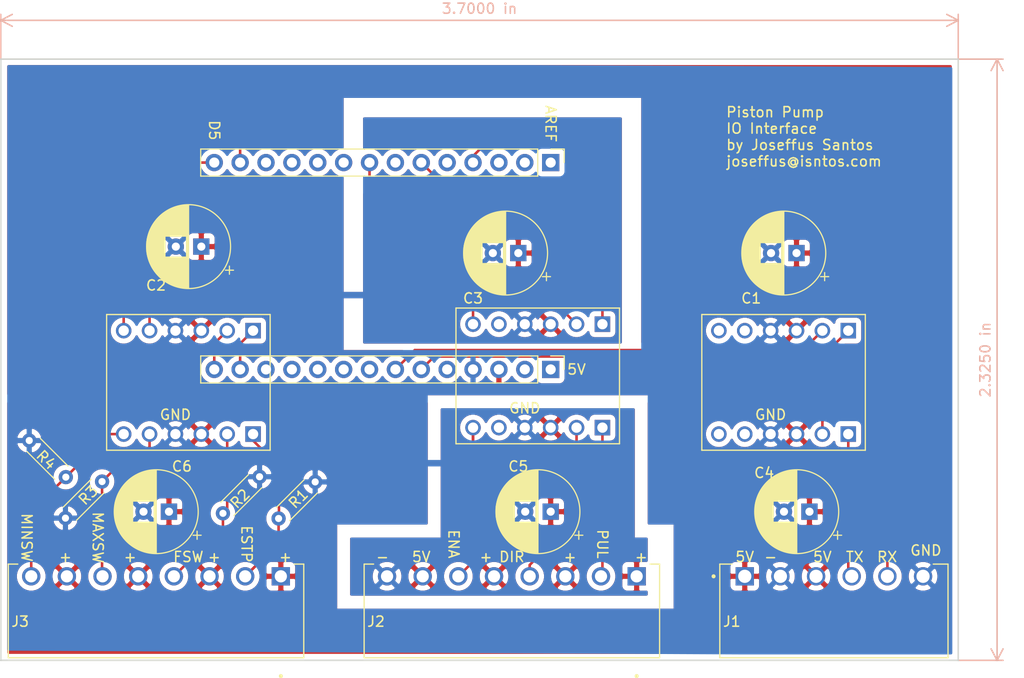
<source format=kicad_pcb>
(kicad_pcb (version 20171130) (host pcbnew "(5.1.8)-1")
  (title_block (title "IO interface") (date 2021-08-28) (rev 1) (comment 1 "Design by Joseffus Santos"))
  (layers (0 F.Cu signal) (31 B.Cu signal) (34 B.Paste user) (35 F.Paste user) (36 B.SilkS user) (37 F.SilkS user) (38 B.Mask user) (39 F.Mask user) (44 Edge.Cuts user))
  (net 0 "")
  (net 1 GND)
  (net 2 /3V3)
  (net 3 +5VD)
  (net 4 "Net-(J2-Pad6)")
  (net 5 "Net-(J2-Pad4)")
  (net 6 "Net-(J2-Pad2)")
  (net 7 "Net-(J3-Pad2)")
  (net 8 "Net-(J3-Pad4)")
  (net 9 "Net-(J3-Pad6)")
  (net 10 "Net-(J3-Pad8)")
  (net 11 "Net-(U2-PadLV3)")
  (net 12 "Net-(U2-PadLV4)")
  (net 13 "Net-(U2-PadHV3)")
  (net 14 "Net-(U2-PadHV4)")
  (net 15 "Net-(U3-PadLV3)")
  (net 16 "Net-(U3-PadHV3)")
  (net 17 "Net-(J4-Pad14)")
  (net 18 "Net-(J4-Pad13)")
  (net 19 "Net-(J4-Pad12)")
  (net 20 "Net-(J4-Pad11)")
  (net 21 "Net-(J4-Pad10)")
  (net 22 "Net-(J4-Pad9)")
  (net 23 "Net-(J4-Pad8)")
  (net 24 "Net-(J4-Pad7)")
  (net 25 "Net-(J4-Pad6)")
  (net 26 "Net-(J4-Pad5)")
  (net 27 "Net-(J4-Pad4)")
  (net 28 "Net-(J4-Pad3)")
  (net 29 "Net-(J4-Pad2)")
  (net 30 "Net-(J4-Pad1)")
  (net 31 "Net-(J5-Pad14)")
  (net 32 "Net-(J5-Pad13)")
  (net 33 "Net-(J5-Pad12)")
  (net 34 "Net-(J5-Pad11)")
  (net 35 "Net-(J5-Pad10)")
  (net 36 "Net-(J5-Pad9)")
  (net 37 "Net-(J5-Pad8)")
  (net 38 "Net-(J5-Pad7)")
  (net 39 "Net-(J5-Pad6)")
  (net 40 "Net-(J5-Pad5)")
  (net 41 "Net-(J5-Pad2)")
  (net 42 "Net-(J5-Pad1)")
  (net 43 +5V)
  (net 44 "Net-(J1-Pad5)")
  (net 45 "Net-(J1-Pad4)")
  (module Resistor_THT:R_Axial_DIN0204_L3.6mm_D1.6mm_P5.08mm_Horizontal (layer F.Cu) (at 96.139 126.365 315)
    (fp_text reference R4 (at 2.514472 0.179605 135) (layer F.SilkS))
    (fp_text value R_US)
    (pad 2 thru_hole oval (at 5.08 0 315) (size 1.4 1.4) (drill 0.7) (layers *.Cu *.Mask) (net 10 "Net-(J3-Pad8)"))
    (pad 1 thru_hole circle (at 0 0 315) (size 1.4 1.4) (drill 0.7) (layers *.Cu *.Mask) (net 1 GND))
  )
  (module Resistor_THT:R_Axial_DIN0204_L3.6mm_D1.6mm_P5.08mm_Horizontal (layer F.Cu) (at 124.206 130.429 225)
    (fp_text reference R1 (at 2.334867 0 45) (layer F.SilkS))
    (fp_text value R_US)
    (pad 1 thru_hole circle (at 0 0 225) (size 1.4 1.4) (drill 0.7) (layers *.Cu *.Mask) (net 1 GND))
    (pad 2 thru_hole oval (at 5.08 0 225) (size 1.4 1.4) (drill 0.7) (layers *.Cu *.Mask) (net 7 "Net-(J3-Pad2)"))
  )
  (module Resistor_THT:R_Axial_DIN0204_L3.6mm_D1.6mm_P5.08mm_Horizontal (layer F.Cu) (at 118.745 129.921 225)
    (fp_text reference R2 (at 2.873682 -0.179605 45) (layer F.SilkS))
    (fp_text value R_US)
    (pad 1 thru_hole circle (at 0 0 225) (size 1.4 1.4) (drill 0.7) (layers *.Cu *.Mask) (net 1 GND))
    (pad 2 thru_hole oval (at 5.08 0 225) (size 1.4 1.4) (drill 0.7) (layers *.Cu *.Mask) (net 8 "Net-(J3-Pad4)"))
  )
  (module Resistor_THT:R_Axial_DIN0204_L3.6mm_D1.6mm_P5.08mm_Horizontal (layer F.Cu) (at 99.695 133.985 45)
    (fp_text reference R3 (at 3.175 0 45) (layer F.SilkS))
    (fp_text value R_US)
    (pad 2 thru_hole oval (at 5.08 0 45) (size 1.4 1.4) (drill 0.7) (layers *.Cu *.Mask) (net 9 "Net-(J3-Pad6)"))
    (pad 1 thru_hole circle (at 0 0 45) (size 1.4 1.4) (drill 0.7) (layers *.Cu *.Mask) (net 1 GND))
  )
  (module Capacitor_THT:CP_Radial_D8.0mm_P2.50mm (layer F.Cu) (at 109.855 133.35 180)
    (fp_text reference C6 (at -1.27 4.445) (layer F.SilkS))
    (fp_text value CP)
    (pad 2 thru_hole circle (at 2.5 0 180) (size 1.6 1.6) (drill 0.8) (layers *.Cu *.Mask) (net 1 GND))
    (pad 1 thru_hole rect (at 0 0 180) (size 1.6 1.6) (drill 0.8) (layers *.Cu *.Mask) (net 3 +5VD))
  )
  (module piston_pump:MOLEX_0395021006 (layer F.Cu) (at 166.37 139.7)
    (fp_text reference J1 (at -1.27 4.445) (layer F.SilkS))
    (fp_text value Conn_01x06)
    (pad 6 thru_hole circle (at 17.5 0) (size 1.8 1.8) (drill 1.3) (layers *.Cu) (net 1 GND))
    (pad 5 thru_hole circle (at 14 0) (size 1.8 1.8) (drill 1.3) (layers *.Cu) (net 44 "Net-(J1-Pad5)"))
    (pad 4 thru_hole circle (at 10.5 0) (size 1.8 1.8) (drill 1.3) (layers *.Cu) (net 45 "Net-(J1-Pad4)"))
    (pad 3 thru_hole circle (at 7 0) (size 1.8 1.8) (drill 1.3) (layers *.Cu) (net 3 +5VD))
    (pad 2 thru_hole circle (at 3.5 0) (size 1.8 1.8) (drill 1.3) (layers *.Cu) (net 1 GND))
    (pad 1 thru_hole rect (at 0 0) (size 1.8 1.8) (drill 1.3) (layers *.Cu) (net 3 +5VD))
  )
  (module piston_pump:CONV_BOB-12009 (layer F.Cu) (at 170.18 120.65 270)
    (fp_text reference U2 hide)
    (fp_text value BOB-12009)
    (pad LV1 thru_hole rect (at -5.08 -6.35 270) (size 1.524 1.524) (drill 1.016) (layers *.Cu *.Mask) (net 39 "Net-(J5-Pad6)"))
    (pad LV2 thru_hole circle (at -5.08 -3.81 270) (size 1.524 1.524) (drill 1.016) (layers *.Cu *.Mask) (net 38 "Net-(J5-Pad7)"))
    (pad LV thru_hole circle (at -5.08 -1.27 270) (size 1.524 1.524) (drill 1.016) (layers *.Cu *.Mask) (net 2 /3V3))
    (pad GND_2 thru_hole circle (at -5.08 1.27 270) (size 1.524 1.524) (drill 1.016) (layers *.Cu *.Mask) (net 1 GND))
    (pad LV3 thru_hole circle (at -5.08 3.81 270) (size 1.524 1.524) (drill 1.016) (layers *.Cu *.Mask) (net 11 "Net-(U2-PadLV3)"))
    (pad LV4 thru_hole circle (at -5.08 6.35 270) (size 1.524 1.524) (drill 1.016) (layers *.Cu *.Mask) (net 12 "Net-(U2-PadLV4)"))
    (pad HV1 thru_hole rect (at 5.08 -6.35 270) (size 1.524 1.524) (drill 1.016) (layers *.Cu *.Mask) (net 45 "Net-(J1-Pad4)"))
    (pad HV2 thru_hole circle (at 5.08 -3.81 270) (size 1.524 1.524) (drill 1.016) (layers *.Cu *.Mask) (net 44 "Net-(J1-Pad5)"))
    (pad HV thru_hole circle (at 5.08 -1.27 270) (size 1.524 1.524) (drill 1.016) (layers *.Cu *.Mask) (net 3 +5VD))
    (pad GND_1 thru_hole circle (at 5.08 1.27 270) (size 1.524 1.524) (drill 1.016) (layers *.Cu *.Mask) (net 1 GND))
    (pad HV3 thru_hole circle (at 5.08 3.81 270) (size 1.524 1.524) (drill 1.016) (layers *.Cu *.Mask) (net 13 "Net-(U2-PadHV3)"))
    (pad HV4 thru_hole circle (at 5.08 6.35 270) (size 1.524 1.524) (drill 1.016) (layers *.Cu *.Mask) (net 14 "Net-(U2-PadHV4)"))
  )
  (module Connector_PinHeader_2.54mm:PinHeader_1x14_P2.54mm_Vertical (layer F.Cu) (at 147.32 119.38 270)
    (fp_text reference J5 hide)
    (fp_text value Conn_01x14_Male)
    (pad 14 thru_hole oval (at 0 33.02 270) (size 1.7 1.7) (drill 1) (layers *.Cu *.Mask) (net 31 "Net-(J5-Pad14)"))
    (pad 13 thru_hole oval (at 0 30.48 270) (size 1.7 1.7) (drill 1) (layers *.Cu *.Mask) (net 32 "Net-(J5-Pad13)"))
    (pad 12 thru_hole oval (at 0 27.94 270) (size 1.7 1.7) (drill 1) (layers *.Cu *.Mask) (net 33 "Net-(J5-Pad12)"))
    (pad 11 thru_hole oval (at 0 25.4 270) (size 1.7 1.7) (drill 1) (layers *.Cu *.Mask) (net 34 "Net-(J5-Pad11)"))
    (pad 10 thru_hole oval (at 0 22.86 270) (size 1.7 1.7) (drill 1) (layers *.Cu *.Mask) (net 35 "Net-(J5-Pad10)"))
    (pad 9 thru_hole oval (at 0 20.32 270) (size 1.7 1.7) (drill 1) (layers *.Cu *.Mask) (net 36 "Net-(J5-Pad9)"))
    (pad 8 thru_hole oval (at 0 17.78 270) (size 1.7 1.7) (drill 1) (layers *.Cu *.Mask) (net 37 "Net-(J5-Pad8)"))
    (pad 7 thru_hole oval (at 0 15.24 270) (size 1.7 1.7) (drill 1) (layers *.Cu *.Mask) (net 38 "Net-(J5-Pad7)"))
    (pad 6 thru_hole oval (at 0 12.7 270) (size 1.7 1.7) (drill 1) (layers *.Cu *.Mask) (net 39 "Net-(J5-Pad6)"))
    (pad 5 thru_hole oval (at 0 10.16 270) (size 1.7 1.7) (drill 1) (layers *.Cu *.Mask) (net 40 "Net-(J5-Pad5)"))
    (pad 4 thru_hole oval (at 0 7.62 270) (size 1.7 1.7) (drill 1) (layers *.Cu *.Mask) (net 1 GND))
    (pad 3 thru_hole oval (at 0 5.08 270) (size 1.7 1.7) (drill 1) (layers *.Cu *.Mask) (net 2 /3V3))
    (pad 2 thru_hole oval (at 0 2.54 270) (size 1.7 1.7) (drill 1) (layers *.Cu *.Mask) (net 41 "Net-(J5-Pad2)"))
    (pad 1 thru_hole rect (at 0 0 270) (size 1.7 1.7) (drill 1) (layers *.Cu *.Mask) (net 42 "Net-(J5-Pad1)"))
  )
  (module Connector_PinHeader_2.54mm:PinHeader_1x14_P2.54mm_Vertical (layer F.Cu) (at 147.32 99.06 270)
    (fp_text reference J4 hide)
    (fp_text value Conn_01x14_Male)
    (pad 14 thru_hole oval (at 0 33.02 270) (size 1.7 1.7) (drill 1) (layers *.Cu *.Mask) (net 17 "Net-(J4-Pad14)"))
    (pad 13 thru_hole oval (at 0 30.48 270) (size 1.7 1.7) (drill 1) (layers *.Cu *.Mask) (net 18 "Net-(J4-Pad13)"))
    (pad 12 thru_hole oval (at 0 27.94 270) (size 1.7 1.7) (drill 1) (layers *.Cu *.Mask) (net 19 "Net-(J4-Pad12)"))
    (pad 11 thru_hole oval (at 0 25.4 270) (size 1.7 1.7) (drill 1) (layers *.Cu *.Mask) (net 20 "Net-(J4-Pad11)"))
    (pad 10 thru_hole oval (at 0 22.86 270) (size 1.7 1.7) (drill 1) (layers *.Cu *.Mask) (net 21 "Net-(J4-Pad10)"))
    (pad 9 thru_hole oval (at 0 20.32 270) (size 1.7 1.7) (drill 1) (layers *.Cu *.Mask) (net 22 "Net-(J4-Pad9)"))
    (pad 8 thru_hole oval (at 0 17.78 270) (size 1.7 1.7) (drill 1) (layers *.Cu *.Mask) (net 23 "Net-(J4-Pad8)"))
    (pad 7 thru_hole oval (at 0 15.24 270) (size 1.7 1.7) (drill 1) (layers *.Cu *.Mask) (net 24 "Net-(J4-Pad7)"))
    (pad 6 thru_hole oval (at 0 12.7 270) (size 1.7 1.7) (drill 1) (layers *.Cu *.Mask) (net 25 "Net-(J4-Pad6)"))
    (pad 5 thru_hole oval (at 0 10.16 270) (size 1.7 1.7) (drill 1) (layers *.Cu *.Mask) (net 26 "Net-(J4-Pad5)"))
    (pad 4 thru_hole oval (at 0 7.62 270) (size 1.7 1.7) (drill 1) (layers *.Cu *.Mask) (net 27 "Net-(J4-Pad4)"))
    (pad 3 thru_hole oval (at 0 5.08 270) (size 1.7 1.7) (drill 1) (layers *.Cu *.Mask) (net 28 "Net-(J4-Pad3)"))
    (pad 2 thru_hole oval (at 0 2.54 270) (size 1.7 1.7) (drill 1) (layers *.Cu *.Mask) (net 29 "Net-(J4-Pad2)"))
    (pad 1 thru_hole rect (at 0 0 270) (size 1.7 1.7) (drill 1) (layers *.Cu *.Mask) (net 30 "Net-(J4-Pad1)"))
  )
  (module Capacitor_THT:CP_Radial_D8.0mm_P2.50mm (layer F.Cu) (at 171.45 107.95 180)
    (fp_text reference C1 (at 4.445 -4.445) (layer F.SilkS))
    (fp_text value CP)
    (pad 2 thru_hole circle (at 2.5 0 180) (size 1.6 1.6) (drill 0.8) (layers *.Cu *.Mask) (net 1 GND))
    (pad 1 thru_hole rect (at 0 0 180) (size 1.6 1.6) (drill 0.8) (layers *.Cu *.Mask) (net 2 /3V3))
  )
  (module Capacitor_THT:CP_Radial_D8.0mm_P2.50mm (layer F.Cu) (at 113.03 107.315 180)
    (fp_text reference C2 (at 4.445 -3.81) (layer F.SilkS))
    (fp_text value CP)
    (pad 2 thru_hole circle (at 2.5 0 180) (size 1.6 1.6) (drill 0.8) (layers *.Cu *.Mask) (net 1 GND))
    (pad 1 thru_hole rect (at 0 0 180) (size 1.6 1.6) (drill 0.8) (layers *.Cu *.Mask) (net 2 /3V3))
  )
  (module Capacitor_THT:CP_Radial_D8.0mm_P2.50mm (layer F.Cu) (at 144.145 107.95 180)
    (fp_text reference C3 (at 4.445 -4.445) (layer F.SilkS))
    (fp_text value CP)
    (pad 1 thru_hole rect (at 0 0 180) (size 1.6 1.6) (drill 0.8) (layers *.Cu *.Mask) (net 2 /3V3))
    (pad 2 thru_hole circle (at 2.5 0 180) (size 1.6 1.6) (drill 0.8) (layers *.Cu *.Mask) (net 1 GND))
  )
  (module Capacitor_THT:CP_Radial_D8.0mm_P2.50mm (layer F.Cu) (at 172.72 133.35 180)
    (fp_text reference C4 (at 4.445 3.81) (layer F.SilkS))
    (fp_text value CP)
    (pad 1 thru_hole rect (at 0 0 180) (size 1.6 1.6) (drill 0.8) (layers *.Cu *.Mask) (net 3 +5VD))
    (pad 2 thru_hole circle (at 2.5 0 180) (size 1.6 1.6) (drill 0.8) (layers *.Cu *.Mask) (net 1 GND))
  )
  (module Capacitor_THT:CP_Radial_D8.0mm_P2.50mm (layer F.Cu) (at 147.32 133.35 180)
    (fp_text reference C5 (at 3.175 4.445) (layer F.SilkS))
    (fp_text value CP)
    (pad 1 thru_hole rect (at 0 0 180) (size 1.6 1.6) (drill 0.8) (layers *.Cu *.Mask) (net 43 +5V))
    (pad 2 thru_hole circle (at 2.5 0 180) (size 1.6 1.6) (drill 0.8) (layers *.Cu *.Mask) (net 1 GND))
  )
  (module piston_pump:TE_284512-8 (layer F.Cu) (at 143.51 139.7 180)
    (fp_text reference J2 (at 13.335 -4.445) (layer F.SilkS))
    (fp_text value Conn_01x08)
    (pad 8 thru_hole circle (at 12.25 0 180) (size 1.8 1.8) (drill 1.2) (layers *.Cu *.Mask) (net 1 GND))
    (pad 7 thru_hole circle (at 8.75 0 180) (size 1.8 1.8) (drill 1.2) (layers *.Cu *.Mask) (net 43 +5V))
    (pad 6 thru_hole circle (at 5.25 0 180) (size 1.8 1.8) (drill 1.2) (layers *.Cu *.Mask) (net 4 "Net-(J2-Pad6)"))
    (pad 5 thru_hole circle (at 1.75 0 180) (size 1.8 1.8) (drill 1.2) (layers *.Cu *.Mask) (net 43 +5V))
    (pad 4 thru_hole circle (at -1.75 0 180) (size 1.8 1.8) (drill 1.2) (layers *.Cu *.Mask) (net 5 "Net-(J2-Pad4)"))
    (pad 3 thru_hole circle (at -5.25 0 180) (size 1.8 1.8) (drill 1.2) (layers *.Cu *.Mask) (net 43 +5V))
    (pad 2 thru_hole circle (at -8.75 0 180) (size 1.8 1.8) (drill 1.2) (layers *.Cu *.Mask) (net 6 "Net-(J2-Pad2)"))
    (pad 1 thru_hole rect (at -12.25 0 180) (size 1.8 1.8) (drill 1.2) (layers *.Cu *.Mask) (net 43 +5V))
  )
  (module piston_pump:TE_284512-8 (layer F.Cu) (at 108.585 139.7 180)
    (fp_text reference J3 (at 13.335 -4.445) (layer F.SilkS))
    (fp_text value Conn_01x08)
    (pad 1 thru_hole rect (at -12.25 0 180) (size 1.8 1.8) (drill 1.2) (layers *.Cu *.Mask) (net 3 +5VD))
    (pad 2 thru_hole circle (at -8.75 0 180) (size 1.8 1.8) (drill 1.2) (layers *.Cu *.Mask) (net 7 "Net-(J3-Pad2)"))
    (pad 3 thru_hole circle (at -5.25 0 180) (size 1.8 1.8) (drill 1.2) (layers *.Cu *.Mask) (net 3 +5VD))
    (pad 4 thru_hole circle (at -1.75 0 180) (size 1.8 1.8) (drill 1.2) (layers *.Cu *.Mask) (net 8 "Net-(J3-Pad4)"))
    (pad 5 thru_hole circle (at 1.75 0 180) (size 1.8 1.8) (drill 1.2) (layers *.Cu *.Mask) (net 3 +5VD))
    (pad 6 thru_hole circle (at 5.25 0 180) (size 1.8 1.8) (drill 1.2) (layers *.Cu *.Mask) (net 9 "Net-(J3-Pad6)"))
    (pad 7 thru_hole circle (at 8.75 0 180) (size 1.8 1.8) (drill 1.2) (layers *.Cu *.Mask) (net 3 +5VD))
    (pad 8 thru_hole circle (at 12.25 0 180) (size 1.8 1.8) (drill 1.2) (layers *.Cu *.Mask) (net 10 "Net-(J3-Pad8)"))
  )
  (module piston_pump:CONV_BOB-12009 (layer F.Cu) (at 146.05 120.015 270)
    (fp_text reference U3 hide)
    (fp_text value BOB-12009)
    (pad LV1 thru_hole rect (at -5.08 -6.35 270) (size 1.524 1.524) (drill 1.016) (layers *.Cu *.Mask) (net 27 "Net-(J4-Pad4)"))
    (pad LV2 thru_hole circle (at -5.08 -3.81 270) (size 1.524 1.524) (drill 1.016) (layers *.Cu *.Mask) (net 25 "Net-(J4-Pad6)"))
    (pad LV thru_hole circle (at -5.08 -1.27 270) (size 1.524 1.524) (drill 1.016) (layers *.Cu *.Mask) (net 2 /3V3))
    (pad GND_2 thru_hole circle (at -5.08 1.27 270) (size 1.524 1.524) (drill 1.016) (layers *.Cu *.Mask) (net 1 GND))
    (pad LV3 thru_hole circle (at -5.08 3.81 270) (size 1.524 1.524) (drill 1.016) (layers *.Cu *.Mask) (net 15 "Net-(U3-PadLV3)"))
    (pad LV4 thru_hole circle (at -5.08 6.35 270) (size 1.524 1.524) (drill 1.016) (layers *.Cu *.Mask) (net 23 "Net-(J4-Pad8)"))
    (pad HV1 thru_hole rect (at 5.08 -6.35 270) (size 1.524 1.524) (drill 1.016) (layers *.Cu *.Mask) (net 6 "Net-(J2-Pad2)"))
    (pad HV2 thru_hole circle (at 5.08 -3.81 270) (size 1.524 1.524) (drill 1.016) (layers *.Cu *.Mask) (net 5 "Net-(J2-Pad4)"))
    (pad HV thru_hole circle (at 5.08 -1.27 270) (size 1.524 1.524) (drill 1.016) (layers *.Cu *.Mask) (net 43 +5V))
    (pad GND_1 thru_hole circle (at 5.08 1.27 270) (size 1.524 1.524) (drill 1.016) (layers *.Cu *.Mask) (net 1 GND))
    (pad HV3 thru_hole circle (at 5.08 3.81 270) (size 1.524 1.524) (drill 1.016) (layers *.Cu *.Mask) (net 16 "Net-(U3-PadHV3)"))
    (pad HV4 thru_hole circle (at 5.08 6.35 270) (size 1.524 1.524) (drill 1.016) (layers *.Cu *.Mask) (net 4 "Net-(J2-Pad6)"))
  )
  (module piston_pump:CONV_BOB-12009 (layer F.Cu) (at 111.76 120.65 270)
    (fp_text reference U4 hide)
    (fp_text value BOB-12009)
    (pad HV4 thru_hole circle (at 5.08 6.35 270) (size 1.524 1.524) (drill 1.016) (layers *.Cu *.Mask) (net 10 "Net-(J3-Pad8)"))
    (pad HV3 thru_hole circle (at 5.08 3.81 270) (size 1.524 1.524) (drill 1.016) (layers *.Cu *.Mask) (net 9 "Net-(J3-Pad6)"))
    (pad GND_1 thru_hole circle (at 5.08 1.27 270) (size 1.524 1.524) (drill 1.016) (layers *.Cu *.Mask) (net 1 GND))
    (pad HV thru_hole circle (at 5.08 -1.27 270) (size 1.524 1.524) (drill 1.016) (layers *.Cu *.Mask) (net 3 +5VD))
    (pad HV2 thru_hole circle (at 5.08 -3.81 270) (size 1.524 1.524) (drill 1.016) (layers *.Cu *.Mask) (net 8 "Net-(J3-Pad4)"))
    (pad HV1 thru_hole rect (at 5.08 -6.35 270) (size 1.524 1.524) (drill 1.016) (layers *.Cu *.Mask) (net 7 "Net-(J3-Pad2)"))
    (pad LV4 thru_hole circle (at -5.08 6.35 270) (size 1.524 1.524) (drill 1.016) (layers *.Cu *.Mask) (net 18 "Net-(J4-Pad13)"))
    (pad LV3 thru_hole circle (at -5.08 3.81 270) (size 1.524 1.524) (drill 1.016) (layers *.Cu *.Mask) (net 17 "Net-(J4-Pad14)"))
    (pad GND_2 thru_hole circle (at -5.08 1.27 270) (size 1.524 1.524) (drill 1.016) (layers *.Cu *.Mask) (net 1 GND))
    (pad LV thru_hole circle (at -5.08 -1.27 270) (size 1.524 1.524) (drill 1.016) (layers *.Cu *.Mask) (net 2 /3V3))
    (pad LV2 thru_hole circle (at -5.08 -3.81 270) (size 1.524 1.524) (drill 1.016) (layers *.Cu *.Mask) (net 31 "Net-(J5-Pad14)"))
    (pad LV1 thru_hole rect (at -5.08 -6.35 270) (size 1.524 1.524) (drill 1.016) (layers *.Cu *.Mask) (net 32 "Net-(J5-Pad13)"))
  )
  (dimension 59.055 (width 0.15) (layer B.SilkS) (gr_text "59.055 mm" (at 192.435 118.4275 90) (layer B.SilkS) (effects (font (size 1 1) (thickness 0.15)))) (feature1 (pts (xy 187.325 88.9) (xy 191.721421 88.9))) (feature2 (pts (xy 187.325 147.955) (xy 191.721421 147.955))) (crossbar (pts (xy 191.135 147.955) (xy 191.135 88.9))) (arrow1a (pts (xy 191.135 88.9) (xy 191.721421 90.026504))) (arrow1b (pts (xy 191.135 88.9) (xy 190.548579 90.026504))) (arrow2a (pts (xy 191.135 147.955) (xy 191.721421 146.828496))) (arrow2b (pts (xy 191.135 147.955) (xy 190.548579 146.828496))))
  (dimension 93.98 (width 0.15) (layer B.SilkS) (gr_text "93.980 mm" (at 140.335 83.79) (layer B.SilkS) (effects (font (size 1 1) (thickness 0.15)))) (feature1 (pts (xy 187.325 88.9) (xy 187.325 84.503579))) (feature2 (pts (xy 93.345 88.9) (xy 93.345 84.503579))) (crossbar (pts (xy 93.345 85.09) (xy 187.325 85.09))) (arrow1a (pts (xy 187.325 85.09) (xy 186.198496 85.676421))) (arrow1b (pts (xy 187.325 85.09) (xy 186.198496 84.503579))) (arrow2a (pts (xy 93.345 85.09) (xy 94.471504 85.676421))) (arrow2b (pts (xy 93.345 85.09) (xy 94.471504 84.503579))))
  (gr_text DIR (at 143.51 137.795) (layer F.SilkS) (effects (font (size 1 1))))
  (gr_text FSW (at 111.76 137.795) (layer F.SilkS) (effects (font (size 1 1))))
  (gr_text ESTP (at 117.475 136.525 -90) (layer F.SilkS) (effects (font (size 1 1))))
  (gr_text MAXSW (at 102.87 135.89 -90) (layer F.SilkS) (effects (font (size 1 1))))
  (gr_text MINSW (at 95.885 135.89 -90) (layer F.SilkS) (effects (font (size 1 1))))
  (gr_text 5V (at 173.99 137.795) (layer F.SilkS) (effects (font (size 1 1))))
  (gr_text RX (at 180.34 137.795) (layer F.SilkS) (effects (font (size 1 1))))
  (gr_text TX (at 177.165 137.795) (layer F.SilkS) (effects (font (size 1 1))))
  (gr_text PUL (at 152.4 136.525 -90) (layer F.SilkS) (effects (font (size 1 1))))
  (gr_text ENA (at 137.795 136.525 -90) (layer F.SilkS) (effects (font (size 1 1))))
  (gr_text 5V (at 149.86 119.38) (layer F.SilkS) (effects (font (size 1 1))))
  (gr_text 5V (at 166.37 137.795) (layer F.SilkS) (effects (font (size 1 1))))
  (gr_text 5V (at 134.62 137.795) (layer F.SilkS) (effects (font (size 1 1))))
  (gr_text - (at 168.91 137.795) (layer F.SilkS) (effects (font (size 1 1))))
  (gr_text + (at 156.21 137.795) (layer F.SilkS) (effects (font (size 1 1))))
  (gr_text + (at 149.225 137.795) (layer F.SilkS) (effects (font (size 1 1))))
  (gr_text + (at 140.97 137.795) (layer F.SilkS) (effects (font (size 1 1))))
  (gr_text - (at 130.81 137.795) (layer F.SilkS) (effects (font (size 1 1))))
  (gr_text + (at 121.285 137.795) (layer F.SilkS) (effects (font (size 1 1))))
  (gr_text + (at 114.3 137.795) (layer F.SilkS) (effects (font (size 1 1))))
  (gr_text + (at 106.045 137.795) (layer F.SilkS) (effects (font (size 1 1))))
  (gr_text + (at 99.695 137.795) (layer F.SilkS) (effects (font (size 1 1))))
  (gr_text GND (at 184.15 137.16) (layer F.SilkS) (effects (font (size 1 1))))
  (gr_text GND (at 168.91 123.825) (layer F.SilkS) (effects (font (size 1 1))))
  (gr_text GND (at 144.78 123.19) (layer F.SilkS) (effects (font (size 1 1))))
  (gr_text GND (at 110.49 123.825) (layer F.SilkS) (effects (font (size 1 1))))
  (gr_text D5 (at 114.3 95.885 -90) (layer F.SilkS) (effects (font (size 1 1))))
  (gr_text AREF (at 147.32 95.25 -90) (layer F.SilkS) (effects (font (size 1 1))))
  (gr_text "Piston Pump\nIO Interface\nby Joseffus Santos\njoseffus@isntos.com" (at 164.465 96.52) (layer F.SilkS) (effects (font (size 1 1)) (justify left)))
  (gr_line (start 93.345 88.9) (end 93.345 147.955) (layer Edge.Cuts) (width 0.15))
  (gr_line (start 187.325 88.9) (end 93.345 88.9) (layer Edge.Cuts) (width 0.15))
  (gr_line (start 187.325 147.955) (end 187.325 88.9) (layer Edge.Cuts) (width 0.15))
  (gr_line (start 93.345 147.955) (end 187.325 147.955) (layer Edge.Cuts) (width 0.15))
  (segment (start 172.72 139.05) (end 173.37 139.7) (width 0.25) (layer B.Cu) (net 3))
  (segment (start 139.7 138.26) (end 138.26 139.7) (width 0.25) (layer F.Cu) (net 4))
  (segment (start 139.7 125.095) (end 139.7 138.26) (width 0.25) (layer F.Cu) (net 4))
  (segment (start 139.7 125.095) (end 139.7 126.365) (width 0.25) (layer F.Cu) (net 4))
  (segment (start 149.86 125.73) (end 149.86 134.62) (width 0.25) (layer F.Cu) (net 5))
  (segment (start 149.86 134.62) (end 147.955 136.525) (width 0.25) (layer F.Cu) (net 5))
  (segment (start 149.86 125.73) (end 149.86 125.095) (width 0.25) (layer F.Cu) (net 5))
  (segment (start 145.26 138.585) (end 147.32 136.525) (width 0.25) (layer F.Cu) (net 5))
  (segment (start 145.26 139.7) (end 145.26 138.585) (width 0.25) (layer F.Cu) (net 5))
  (segment (start 147.32 136.525) (end 147.955 136.525) (width 0.25) (layer F.Cu) (net 5))
  (segment (start 152.4 139.56) (end 152.26 139.7) (width 0.25) (layer F.Cu) (net 6))
  (segment (start 152.4 125.73) (end 152.4 139.56) (width 0.25) (layer F.Cu) (net 6))
  (segment (start 152.4 125.73) (end 152.4 125.095) (width 0.25) (layer F.Cu) (net 6))
  (segment (start 118.11 125.73) (end 118.745 125.73) (width 0.25) (layer F.Cu) (net 7))
  (segment (start 118.11 125.73) (end 118.11 126.365) (width 0.25) (layer F.Cu) (net 7))
  (segment (start 118.11 126.365) (end 120.65 128.905) (width 0.25) (layer F.Cu) (net 7))
  (segment (start 120.65 128.905) (end 120.65 133.985) (width 0.25) (layer F.Cu) (net 7))
  (segment (start 119.38 137.655) (end 117.335 139.7) (width 0.25) (layer F.Cu) (net 7))
  (segment (start 120.613898 136.421102) (end 117.335 139.7) (width 0.25) (layer F.Cu) (net 7))
  (segment (start 120.613898 134.021102) (end 120.613898 136.421102) (width 0.25) (layer F.Cu) (net 7))
  (segment (start 111.125 139.7) (end 110.335 139.7) (width 0.25) (layer F.Cu) (net 8))
  (segment (start 115.57 133.096) (end 115.152898 133.513102) (width 0.25) (layer F.Cu) (net 8))
  (segment (start 115.57 125.73) (end 115.57 133.096) (width 0.25) (layer F.Cu) (net 8))
  (segment (start 115.152898 134.882102) (end 110.335 139.7) (width 0.25) (layer F.Cu) (net 8))
  (segment (start 115.152898 133.513102) (end 115.152898 134.882102) (width 0.25) (layer F.Cu) (net 8))
  (segment (start 103.505 139.53) (end 103.335 139.7) (width 0.25) (layer F.Cu) (net 9))
  (segment (start 104.775 128.905) (end 103.287102 130.392898) (width 0.25) (layer F.Cu) (net 9))
  (segment (start 106.045 128.905) (end 104.775 128.905) (width 0.25) (layer F.Cu) (net 9))
  (segment (start 107.95 127) (end 106.045 128.905) (width 0.25) (layer F.Cu) (net 9))
  (segment (start 107.95 125.73) (end 107.95 127) (width 0.25) (layer F.Cu) (net 9))
  (segment (start 103.287102 139.652102) (end 103.335 139.7) (width 0.25) (layer F.Cu) (net 9))
  (segment (start 103.287102 130.392898) (end 103.287102 139.652102) (width 0.25) (layer F.Cu) (net 9))
  (segment (start 103.958204 125.73) (end 99.731102 129.957102) (width 0.25) (layer F.Cu) (net 10))
  (segment (start 105.41 125.73) (end 103.958204 125.73) (width 0.25) (layer F.Cu) (net 10))
  (segment (start 96.335 133.353204) (end 97.381602 132.306602) (width 0.25) (layer F.Cu) (net 10))
  (segment (start 96.335 133.535) (end 96.335 133.353204) (width 0.25) (layer F.Cu) (net 10))
  (segment (start 97.381602 132.306602) (end 99.731102 129.957102) (width 0.25) (layer F.Cu) (net 10))
  (segment (start 97.158204 132.53) (end 97.381602 132.306602) (width 0.25) (layer F.Cu) (net 10))
  (segment (start 96.335 133.535) (end 96.335 139.7) (width 0.25) (layer F.Cu) (net 10))
  (segment (start 107.95 113.03) (end 107.95 115.57) (width 0.25) (layer F.Cu) (net 17))
  (segment (start 106.045 111.125) (end 107.95 113.03) (width 0.25) (layer F.Cu) (net 17))
  (segment (start 106.045 104.775) (end 106.045 111.125) (width 0.25) (layer F.Cu) (net 17))
  (segment (start 111.76 99.06) (end 106.045 104.775) (width 0.25) (layer F.Cu) (net 17))
  (segment (start 114.3 99.06) (end 111.76 99.06) (width 0.25) (layer F.Cu) (net 17))
  (segment (start 105.41 113.665) (end 105.41 115.57) (width 0.25) (layer F.Cu) (net 18))
  (segment (start 103.505 111.76) (end 105.41 113.665) (width 0.25) (layer F.Cu) (net 18))
  (segment (start 103.505 104.775) (end 103.505 111.76) (width 0.25) (layer F.Cu) (net 18))
  (segment (start 115.57 95.885) (end 112.395 95.885) (width 0.25) (layer F.Cu) (net 18))
  (segment (start 116.84 97.155) (end 115.57 95.885) (width 0.25) (layer F.Cu) (net 18))
  (segment (start 112.395 95.885) (end 103.505 104.775) (width 0.25) (layer F.Cu) (net 18))
  (segment (start 116.84 99.06) (end 116.84 97.155) (width 0.25) (layer F.Cu) (net 18))
  (segment (start 129.54 99.06) (end 129.54 101.6) (width 0.25) (layer F.Cu) (net 23))
  (segment (start 139.7 111.76) (end 139.7 115.57) (width 0.25) (layer F.Cu) (net 23))
  (segment (start 129.54 101.6) (end 139.7 111.76) (width 0.25) (layer F.Cu) (net 23))
  (segment (start 148.59 113.665) (end 149.86 114.935) (width 0.25) (layer F.Cu) (net 25))
  (segment (start 148.59 107.95) (end 148.59 113.665) (width 0.25) (layer F.Cu) (net 25))
  (segment (start 142.875 102.235) (end 148.59 107.95) (width 0.25) (layer F.Cu) (net 25))
  (segment (start 137.795 102.235) (end 142.875 102.235) (width 0.25) (layer F.Cu) (net 25))
  (segment (start 134.62 99.06) (end 137.795 102.235) (width 0.25) (layer F.Cu) (net 25))
  (segment (start 152.4 100.33) (end 152.4 114.935) (width 0.25) (layer F.Cu) (net 27))
  (segment (start 149.225 97.155) (end 152.4 100.33) (width 0.25) (layer F.Cu) (net 27))
  (segment (start 140.97 97.155) (end 149.225 97.155) (width 0.25) (layer F.Cu) (net 27))
  (segment (start 139.7 98.425) (end 140.97 97.155) (width 0.25) (layer F.Cu) (net 27))
  (segment (start 139.7 99.06) (end 139.7 98.425) (width 0.25) (layer F.Cu) (net 27))
  (segment (start 114.3 116.84) (end 115.57 115.57) (width 0.25) (layer F.Cu) (net 31))
  (segment (start 114.3 119.38) (end 114.3 116.84) (width 0.25) (layer F.Cu) (net 31))
  (segment (start 116.84 116.84) (end 118.11 115.57) (width 0.25) (layer F.Cu) (net 32))
  (segment (start 116.84 119.38) (end 116.84 116.84) (width 0.25) (layer F.Cu) (net 32))
  (segment (start 172.085 117.475) (end 173.99 115.57) (width 0.25) (layer F.Cu) (net 38))
  (segment (start 133.985 117.475) (end 172.085 117.475) (width 0.25) (layer F.Cu) (net 38))
  (segment (start 132.08 119.38) (end 133.985 117.475) (width 0.25) (layer F.Cu) (net 38))
  (segment (start 173.99 118.11) (end 176.53 115.57) (width 0.25) (layer F.Cu) (net 39))
  (segment (start 135.89 118.11) (end 173.99 118.11) (width 0.25) (layer F.Cu) (net 39))
  (segment (start 134.62 119.38) (end 135.89 118.11) (width 0.25) (layer F.Cu) (net 39))
  (segment (start 179.07 123.825) (end 180.37 125.125) (width 0.25) (layer F.Cu) (net 44))
  (segment (start 174.625 123.825) (end 179.07 123.825) (width 0.25) (layer F.Cu) (net 44))
  (segment (start 173.99 124.46) (end 174.625 123.825) (width 0.25) (layer F.Cu) (net 44))
  (segment (start 180.37 125.125) (end 180.37 139.7) (width 0.25) (layer F.Cu) (net 44))
  (segment (start 173.99 125.73) (end 173.99 124.46) (width 0.25) (layer F.Cu) (net 44))
  (segment (start 176.53 139.36) (end 176.87 139.7) (width 0.25) (layer F.Cu) (net 45))
  (segment (start 176.53 125.73) (end 176.53 139.36) (width 0.25) (layer F.Cu) (net 45))
  (zone (net 1) (net_name GND) (layer B.Cu) (priority 1) (connect_pads (clearance 0.508)) (min_thickness 0.254) (fill yes (arc_segments 32) (thermal_gap 0.508) (thermal_bridge_width 0.508))
    (polygon (pts (xy 187.0075 89.69375) (xy 187.0075 147.47875) (xy 93.98 147.0025) (xy 93.98 89.2175)))
    (polygon (pts (xy 135.255 121.92) (xy 135.255 128.27) (xy 136.525 128.27) (xy 136.525 123.19) (xy 155.575 123.19) (xy 155.575 135.89) (xy 156.845 135.89) (xy 156.845 141.605) (xy 127.635 141.605) (xy 127.635 135.89) (xy 136.525 135.89) (xy 136.525 128.905) (xy 135.255 128.905) (xy 135.255 134.62) (xy 126.365 134.62) (xy 126.365 142.875) (xy 159.385 142.875) (xy 159.385 134.62) (xy 156.845 134.62) (xy 156.845 121.92)))
    (polygon (pts (xy 127 92.71) (xy 127 111.76) (xy 128.905 111.76) (xy 128.905 94.615) (xy 154.305 94.615) (xy 154.305 116.84) (xy 128.905 116.84) (xy 128.905 112.395) (xy 127 112.395) (xy 127 117.475) (xy 156.21 117.475) (xy 156.21 92.71)))
  )
  (zone (net 2) (net_name /3V3) (layer F.Cu) (priority 1) (connect_pads (clearance 0.508)) (min_thickness 0.254) (fill yes (arc_segments 32) (thermal_gap 0.508) (thermal_bridge_width 0.508))
    (polygon (pts (xy 186.69 121.92) (xy 93.98 121.92) (xy 93.98 89.2175) (xy 186.69 89.2175)))
    (polygon (pts (xy 127 92.71) (xy 127 111.76) (xy 128.905 111.76) (xy 128.905 94.615) (xy 154.305 94.615) (xy 154.305 116.84) (xy 128.905 116.84) (xy 128.905 112.395) (xy 127 112.395) (xy 127 117.475) (xy 156.21 117.475) (xy 156.21 92.71)))
  )
  (zone (net 3) (net_name +5VD) (layer F.Cu) (priority 2) (connect_pads (clearance 0.508)) (min_thickness 0.254) (fill yes (arc_segments 32) (thermal_gap 0.508) (thermal_bridge_width 0.508))
    (polygon (pts (xy 135.255 134.62) (xy 126.365 134.62) (xy 126.365 142.875) (xy 159.385 142.875) (xy 159.385 134.62) (xy 156.845 134.62) (xy 156.845 122.555) (xy 186.69 122.555) (xy 186.69 147.32) (xy 93.98 147.32) (xy 93.98 122.555) (xy 135.255 122.555)))
  )
  (zone (net 43) (net_name +5V) (layer F.Cu) (priority 3) (connect_pads (clearance 0.508)) (min_thickness 0.254) (fill yes (arc_segments 32) (thermal_gap 0.508) (thermal_bridge_width 0.508))
    (polygon (pts (xy 155.575 135.89) (xy 156.845 135.89) (xy 156.845 141.605) (xy 127.635 141.605) (xy 127.635 135.89) (xy 136.525 135.89) (xy 136.525 123.19) (xy 155.575 123.19)))
  )
)
</source>
